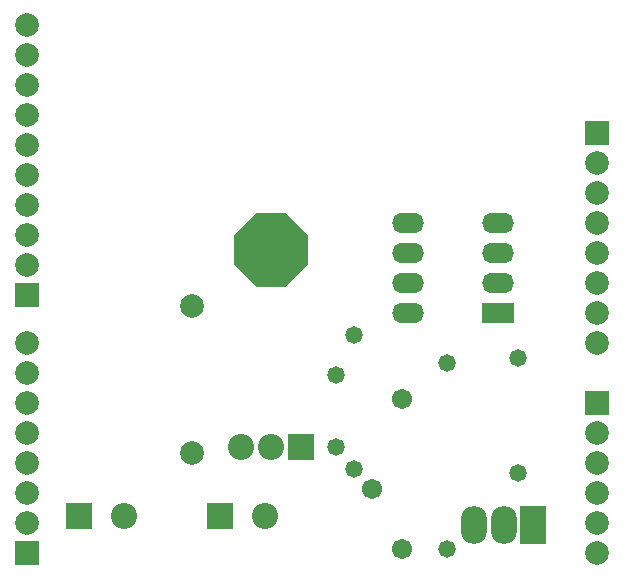
<source format=gbs>
G04 Layer_Color=16711935*
%FSLAX44Y44*%
%MOMM*%
G71*
G01*
G75*
%ADD46O,2.7032X1.7032*%
%ADD47R,2.7032X1.7032*%
%ADD48C,2.0032*%
%ADD49O,2.2032X3.2032*%
%ADD50R,2.2032X3.2032*%
%ADD51R,2.0032X2.0032*%
%ADD52P,6.7143X8X202.5*%
%ADD53R,2.2032X2.2032*%
%ADD54C,2.2032*%
%ADD55C,1.7032*%
%ADD56C,1.4732*%
%ADD57C,1.0032*%
D46*
X-698900Y308100D02*
D03*
Y282700D02*
D03*
Y257300D02*
D03*
Y231900D02*
D03*
X-622700Y308100D02*
D03*
Y282700D02*
D03*
Y257300D02*
D03*
D47*
Y231900D02*
D03*
D48*
X-881800Y238000D02*
D03*
Y113000D02*
D03*
X-1021800Y449840D02*
D03*
Y475240D02*
D03*
Y424440D02*
D03*
Y399040D02*
D03*
Y373640D02*
D03*
Y348240D02*
D03*
Y322840D02*
D03*
Y297440D02*
D03*
Y272040D02*
D03*
X-539200Y206000D02*
D03*
Y231400D02*
D03*
Y256800D02*
D03*
Y282200D02*
D03*
Y307600D02*
D03*
Y333000D02*
D03*
Y358400D02*
D03*
X-1021800Y206000D02*
D03*
Y180600D02*
D03*
Y155200D02*
D03*
Y129800D02*
D03*
Y104400D02*
D03*
Y79000D02*
D03*
Y53600D02*
D03*
X-539200Y129800D02*
D03*
Y104400D02*
D03*
Y79000D02*
D03*
Y53600D02*
D03*
Y28200D02*
D03*
D49*
X-642800Y52000D02*
D03*
X-617800D02*
D03*
D50*
X-592800D02*
D03*
D51*
X-1021800Y246640D02*
D03*
X-539200Y383800D02*
D03*
X-1021800Y28200D02*
D03*
X-539200Y155200D02*
D03*
D52*
X-814800Y285000D02*
D03*
D53*
X-789400Y118000D02*
D03*
X-977850Y60000D02*
D03*
X-857850D02*
D03*
D54*
X-814800Y118000D02*
D03*
X-840200D02*
D03*
X-939750Y60000D02*
D03*
X-819750D02*
D03*
D55*
X-703800Y32000D02*
D03*
X-729200Y82800D02*
D03*
X-703800Y159000D02*
D03*
D56*
X-744800Y213000D02*
D03*
X-665800Y32000D02*
D03*
Y189000D02*
D03*
X-605800Y96000D02*
D03*
Y194000D02*
D03*
X-759800Y118000D02*
D03*
Y179000D02*
D03*
X-744800Y100000D02*
D03*
D57*
X-814800Y309750D02*
D03*
X-790050Y285000D02*
D03*
X-814800Y260250D02*
D03*
X-839550Y285000D02*
D03*
X-832300Y267500D02*
D03*
X-797300D02*
D03*
Y302500D02*
D03*
X-832300D02*
D03*
M02*

</source>
